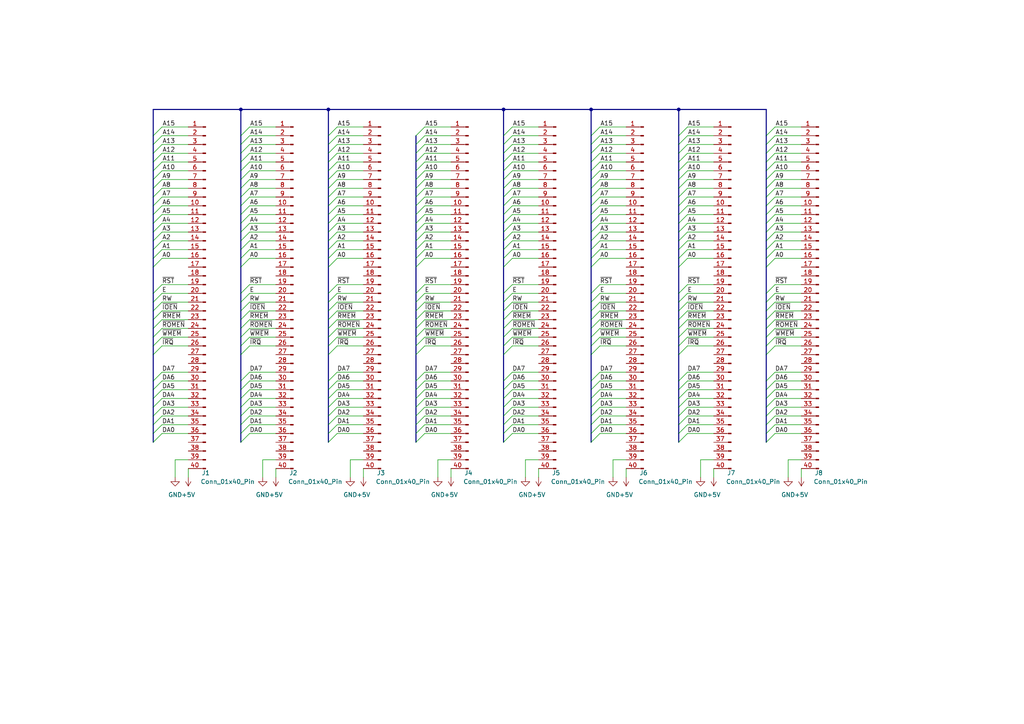
<source format=kicad_sch>
(kicad_sch (version 20230121) (generator eeschema)
  (paper "A4")
  (junction (at 95.25 31.75))
  (junction (at 146.05 31.75))
  (junction (at 196.85 31.75))
  (junction (at 69.85 31.75))
  (junction (at 171.45 31.75))
  (bus_entry (at 199.39 107.95) (size -2.54 2.54))
  (bus_entry (at 146.05 39.37) (size 2.54 -2.54))
  (bus_entry (at 224.79 123.19) (size -2.54 2.54))
  (bus_entry (at 171.45 69.85) (size 2.54 -2.54))
  (bus_entry (at 44.45 67.31) (size 2.54 -2.54))
  (bus_entry (at 148.59 90.17) (size -2.54 2.54))
  (bus_entry (at 120.65 64.77) (size 2.54 -2.54))
  (bus_entry (at 69.85 59.69) (size 2.54 -2.54))
  (bus_entry (at 222.25 52.07) (size 2.54 -2.54))
  (bus_entry (at 199.39 90.17) (size -2.54 2.54))
  (bus_entry (at 97.79 115.57) (size -2.54 2.54))
  (bus_entry (at 123.19 113.03) (size -2.54 2.54))
  (bus_entry (at 171.45 77.47) (size 2.54 -2.54))
  (bus_entry (at 224.79 125.73) (size -2.54 2.54))
  (bus_entry (at 120.65 44.45) (size 2.54 -2.54))
  (bus_entry (at 97.79 92.71) (size -2.54 2.54))
  (bus_entry (at 199.39 120.65) (size -2.54 2.54))
  (bus_entry (at 146.05 64.77) (size 2.54 -2.54))
  (bus_entry (at 148.59 82.55) (size -2.54 2.54))
  (bus_entry (at 146.05 49.53) (size 2.54 -2.54))
  (bus_entry (at 222.25 69.85) (size 2.54 -2.54))
  (bus_entry (at 173.99 90.17) (size -2.54 2.54))
  (bus_entry (at 196.85 57.15) (size 2.54 -2.54))
  (bus_entry (at 171.45 57.15) (size 2.54 -2.54))
  (bus_entry (at 69.85 72.39) (size 2.54 -2.54))
  (bus_entry (at 123.19 95.25) (size -2.54 2.54))
  (bus_entry (at 95.25 49.53) (size 2.54 -2.54))
  (bus_entry (at 173.99 85.09) (size -2.54 2.54))
  (bus_entry (at 173.99 123.19) (size -2.54 2.54))
  (bus_entry (at 120.65 72.39) (size 2.54 -2.54))
  (bus_entry (at 69.85 52.07) (size 2.54 -2.54))
  (bus_entry (at 146.05 72.39) (size 2.54 -2.54))
  (bus_entry (at 199.39 92.71) (size -2.54 2.54))
  (bus_entry (at 199.39 95.25) (size -2.54 2.54))
  (bus_entry (at 146.05 52.07) (size 2.54 -2.54))
  (bus_entry (at 44.45 39.37) (size 2.54 -2.54))
  (bus_entry (at 199.39 82.55) (size -2.54 2.54))
  (bus_entry (at 123.19 100.33) (size -2.54 2.54))
  (bus_entry (at 44.45 77.47) (size 2.54 -2.54))
  (bus_entry (at 72.39 125.73) (size -2.54 2.54))
  (bus_entry (at 171.45 72.39) (size 2.54 -2.54))
  (bus_entry (at 72.39 120.65) (size -2.54 2.54))
  (bus_entry (at 199.39 97.79) (size -2.54 2.54))
  (bus_entry (at 146.05 59.69) (size 2.54 -2.54))
  (bus_entry (at 120.65 41.91) (size 2.54 -2.54))
  (bus_entry (at 224.79 118.11) (size -2.54 2.54))
  (bus_entry (at 95.25 39.37) (size 2.54 -2.54))
  (bus_entry (at 148.59 125.73) (size -2.54 2.54))
  (bus_entry (at 46.99 87.63) (size -2.54 2.54))
  (bus_entry (at 171.45 54.61) (size 2.54 -2.54))
  (bus_entry (at 95.25 41.91) (size 2.54 -2.54))
  (bus_entry (at 72.39 90.17) (size -2.54 2.54))
  (bus_entry (at 148.59 113.03) (size -2.54 2.54))
  (bus_entry (at 72.39 113.03) (size -2.54 2.54))
  (bus_entry (at 120.65 69.85) (size 2.54 -2.54))
  (bus_entry (at 46.99 90.17) (size -2.54 2.54))
  (bus_entry (at 69.85 67.31) (size 2.54 -2.54))
  (bus_entry (at 69.85 44.45) (size 2.54 -2.54))
  (bus_entry (at 173.99 87.63) (size -2.54 2.54))
  (bus_entry (at 69.85 39.37) (size 2.54 -2.54))
  (bus_entry (at 196.85 77.47) (size 2.54 -2.54))
  (bus_entry (at 120.65 57.15) (size 2.54 -2.54))
  (bus_entry (at 72.39 95.25) (size -2.54 2.54))
  (bus_entry (at 222.25 67.31) (size 2.54 -2.54))
  (bus_entry (at 120.65 49.53) (size 2.54 -2.54))
  (bus_entry (at 146.05 44.45) (size 2.54 -2.54))
  (bus_entry (at 44.45 62.23) (size 2.54 -2.54))
  (bus_entry (at 173.99 95.25) (size -2.54 2.54))
  (bus_entry (at 222.25 57.15) (size 2.54 -2.54))
  (bus_entry (at 69.85 69.85) (size 2.54 -2.54))
  (bus_entry (at 222.25 54.61) (size 2.54 -2.54))
  (bus_entry (at 173.99 82.55) (size -2.54 2.54))
  (bus_entry (at 148.59 120.65) (size -2.54 2.54))
  (bus_entry (at 44.45 64.77) (size 2.54 -2.54))
  (bus_entry (at 224.79 90.17) (size -2.54 2.54))
  (bus_entry (at 199.39 125.73) (size -2.54 2.54))
  (bus_entry (at 97.79 85.09) (size -2.54 2.54))
  (bus_entry (at 72.39 107.95) (size -2.54 2.54))
  (bus_entry (at 199.39 100.33) (size -2.54 2.54))
  (bus_entry (at 97.79 120.65) (size -2.54 2.54))
  (bus_entry (at 222.25 62.23) (size 2.54 -2.54))
  (bus_entry (at 44.45 57.15) (size 2.54 -2.54))
  (bus_entry (at 146.05 77.47) (size 2.54 -2.54))
  (bus_entry (at 224.79 100.33) (size -2.54 2.54))
  (bus_entry (at 46.99 82.55) (size -2.54 2.54))
  (bus_entry (at 173.99 120.65) (size -2.54 2.54))
  (bus_entry (at 146.05 62.23) (size 2.54 -2.54))
  (bus_entry (at 97.79 82.55) (size -2.54 2.54))
  (bus_entry (at 196.85 49.53) (size 2.54 -2.54))
  (bus_entry (at 148.59 100.33) (size -2.54 2.54))
  (bus_entry (at 196.85 52.07) (size 2.54 -2.54))
  (bus_entry (at 173.99 92.71) (size -2.54 2.54))
  (bus_entry (at 95.25 62.23) (size 2.54 -2.54))
  (bus_entry (at 46.99 97.79) (size -2.54 2.54))
  (bus_entry (at 146.05 41.91) (size 2.54 -2.54))
  (bus_entry (at 69.85 54.61) (size 2.54 -2.54))
  (bus_entry (at 222.25 74.93) (size 2.54 -2.54))
  (bus_entry (at 171.45 39.37) (size 2.54 -2.54))
  (bus_entry (at 148.59 118.11) (size -2.54 2.54))
  (bus_entry (at 46.99 118.11) (size -2.54 2.54))
  (bus_entry (at 171.45 67.31) (size 2.54 -2.54))
  (bus_entry (at 72.39 118.11) (size -2.54 2.54))
  (bus_entry (at 171.45 62.23) (size 2.54 -2.54))
  (bus_entry (at 196.85 46.99) (size 2.54 -2.54))
  (bus_entry (at 171.45 52.07) (size 2.54 -2.54))
  (bus_entry (at 69.85 62.23) (size 2.54 -2.54))
  (bus_entry (at 148.59 95.25) (size -2.54 2.54))
  (bus_entry (at 224.79 110.49) (size -2.54 2.54))
  (bus_entry (at 123.19 82.55) (size -2.54 2.54))
  (bus_entry (at 44.45 52.07) (size 2.54 -2.54))
  (bus_entry (at 196.85 74.93) (size 2.54 -2.54))
  (bus_entry (at 72.39 85.09) (size -2.54 2.54))
  (bus_entry (at 97.79 95.25) (size -2.54 2.54))
  (bus_entry (at 199.39 123.19) (size -2.54 2.54))
  (bus_entry (at 69.85 74.93) (size 2.54 -2.54))
  (bus_entry (at 222.25 77.47) (size 2.54 -2.54))
  (bus_entry (at 46.99 92.71) (size -2.54 2.54))
  (bus_entry (at 95.25 77.47) (size 2.54 -2.54))
  (bus_entry (at 69.85 77.47) (size 2.54 -2.54))
  (bus_entry (at 171.45 59.69) (size 2.54 -2.54))
  (bus_entry (at 46.99 123.19) (size -2.54 2.54))
  (bus_entry (at 44.45 74.93) (size 2.54 -2.54))
  (bus_entry (at 148.59 123.19) (size -2.54 2.54))
  (bus_entry (at 46.99 120.65) (size -2.54 2.54))
  (bus_entry (at 120.65 54.61) (size 2.54 -2.54))
  (bus_entry (at 95.25 44.45) (size 2.54 -2.54))
  (bus_entry (at 224.79 120.65) (size -2.54 2.54))
  (bus_entry (at 72.39 115.57) (size -2.54 2.54))
  (bus_entry (at 148.59 97.79) (size -2.54 2.54))
  (bus_entry (at 72.39 110.49) (size -2.54 2.54))
  (bus_entry (at 148.59 85.09) (size -2.54 2.54))
  (bus_entry (at 120.65 67.31) (size 2.54 -2.54))
  (bus_entry (at 224.79 82.55) (size -2.54 2.54))
  (bus_entry (at 97.79 110.49) (size -2.54 2.54))
  (bus_entry (at 173.99 125.73) (size -2.54 2.54))
  (bus_entry (at 123.19 123.19) (size -2.54 2.54))
  (bus_entry (at 148.59 110.49) (size -2.54 2.54))
  (bus_entry (at 95.25 52.07) (size 2.54 -2.54))
  (bus_entry (at 69.85 57.15) (size 2.54 -2.54))
  (bus_entry (at 97.79 113.03) (size -2.54 2.54))
  (bus_entry (at 146.05 67.31) (size 2.54 -2.54))
  (bus_entry (at 97.79 87.63) (size -2.54 2.54))
  (bus_entry (at 196.85 39.37) (size 2.54 -2.54))
  (bus_entry (at 46.99 100.33) (size -2.54 2.54))
  (bus_entry (at 222.25 46.99) (size 2.54 -2.54))
  (bus_entry (at 123.19 97.79) (size -2.54 2.54))
  (bus_entry (at 196.85 62.23) (size 2.54 -2.54))
  (bus_entry (at 95.25 74.93) (size 2.54 -2.54))
  (bus_entry (at 44.45 49.53) (size 2.54 -2.54))
  (bus_entry (at 222.25 64.77) (size 2.54 -2.54))
  (bus_entry (at 222.25 41.91) (size 2.54 -2.54))
  (bus_entry (at 196.85 44.45) (size 2.54 -2.54))
  (bus_entry (at 123.19 87.63) (size -2.54 2.54))
  (bus_entry (at 95.25 57.15) (size 2.54 -2.54))
  (bus_entry (at 196.85 54.61) (size 2.54 -2.54))
  (bus_entry (at 148.59 115.57) (size -2.54 2.54))
  (bus_entry (at 46.99 107.95) (size -2.54 2.54))
  (bus_entry (at 95.25 72.39) (size 2.54 -2.54))
  (bus_entry (at 173.99 113.03) (size -2.54 2.54))
  (bus_entry (at 224.79 97.79) (size -2.54 2.54))
  (bus_entry (at 123.19 125.73) (size -2.54 2.54))
  (bus_entry (at 69.85 64.77) (size 2.54 -2.54))
  (bus_entry (at 120.65 74.93) (size 2.54 -2.54))
  (bus_entry (at 196.85 67.31) (size 2.54 -2.54))
  (bus_entry (at 120.65 39.37) (size 2.54 -2.54))
  (bus_entry (at 46.99 85.09) (size -2.54 2.54))
  (bus_entry (at 97.79 90.17) (size -2.54 2.54))
  (bus_entry (at 72.39 82.55) (size -2.54 2.54))
  (bus_entry (at 196.85 72.39) (size 2.54 -2.54))
  (bus_entry (at 173.99 118.11) (size -2.54 2.54))
  (bus_entry (at 72.39 92.71) (size -2.54 2.54))
  (bus_entry (at 146.05 54.61) (size 2.54 -2.54))
  (bus_entry (at 95.25 46.99) (size 2.54 -2.54))
  (bus_entry (at 146.05 69.85) (size 2.54 -2.54))
  (bus_entry (at 199.39 87.63) (size -2.54 2.54))
  (bus_entry (at 46.99 115.57) (size -2.54 2.54))
  (bus_entry (at 69.85 46.99) (size 2.54 -2.54))
  (bus_entry (at 72.39 100.33) (size -2.54 2.54))
  (bus_entry (at 97.79 97.79) (size -2.54 2.54))
  (bus_entry (at 173.99 100.33) (size -2.54 2.54))
  (bus_entry (at 224.79 107.95) (size -2.54 2.54))
  (bus_entry (at 222.25 39.37) (size 2.54 -2.54))
  (bus_entry (at 171.45 44.45) (size 2.54 -2.54))
  (bus_entry (at 224.79 113.03) (size -2.54 2.54))
  (bus_entry (at 224.79 87.63) (size -2.54 2.54))
  (bus_entry (at 146.05 57.15) (size 2.54 -2.54))
  (bus_entry (at 171.45 64.77) (size 2.54 -2.54))
  (bus_entry (at 120.65 62.23) (size 2.54 -2.54))
  (bus_entry (at 222.25 59.69) (size 2.54 -2.54))
  (bus_entry (at 95.25 59.69) (size 2.54 -2.54))
  (bus_entry (at 123.19 92.71) (size -2.54 2.54))
  (bus_entry (at 123.19 107.95) (size -2.54 2.54))
  (bus_entry (at 123.19 115.57) (size -2.54 2.54))
  (bus_entry (at 199.39 113.03) (size -2.54 2.54))
  (bus_entry (at 44.45 72.39) (size 2.54 -2.54))
  (bus_entry (at 72.39 87.63) (size -2.54 2.54))
  (bus_entry (at 222.25 72.39) (size 2.54 -2.54))
  (bus_entry (at 199.39 85.09) (size -2.54 2.54))
  (bus_entry (at 120.65 52.07) (size 2.54 -2.54))
  (bus_entry (at 199.39 118.11) (size -2.54 2.54))
  (bus_entry (at 173.99 107.95) (size -2.54 2.54))
  (bus_entry (at 222.25 49.53) (size 2.54 -2.54))
  (bus_entry (at 123.19 90.17) (size -2.54 2.54))
  (bus_entry (at 148.59 107.95) (size -2.54 2.54))
  (bus_entry (at 44.45 69.85) (size 2.54 -2.54))
  (bus_entry (at 72.39 97.79) (size -2.54 2.54))
  (bus_entry (at 224.79 92.71) (size -2.54 2.54))
  (bus_entry (at 97.79 107.95) (size -2.54 2.54))
  (bus_entry (at 120.65 46.99) (size 2.54 -2.54))
  (bus_entry (at 123.19 85.09) (size -2.54 2.54))
  (bus_entry (at 148.59 87.63) (size -2.54 2.54))
  (bus_entry (at 95.25 67.31) (size 2.54 -2.54))
  (bus_entry (at 46.99 95.25) (size -2.54 2.54))
  (bus_entry (at 123.19 120.65) (size -2.54 2.54))
  (bus_entry (at 95.25 64.77) (size 2.54 -2.54))
  (bus_entry (at 171.45 46.99) (size 2.54 -2.54))
  (bus_entry (at 196.85 69.85) (size 2.54 -2.54))
  (bus_entry (at 196.85 64.77) (size 2.54 -2.54))
  (bus_entry (at 44.45 59.69) (size 2.54 -2.54))
  (bus_entry (at 46.99 125.73) (size -2.54 2.54))
  (bus_entry (at 46.99 110.49) (size -2.54 2.54))
  (bus_entry (at 224.79 95.25) (size -2.54 2.54))
  (bus_entry (at 171.45 49.53) (size 2.54 -2.54))
  (bus_entry (at 95.25 69.85) (size 2.54 -2.54))
  (bus_entry (at 44.45 46.99) (size 2.54 -2.54))
  (bus_entry (at 95.25 54.61) (size 2.54 -2.54))
  (bus_entry (at 97.79 123.19) (size -2.54 2.54))
  (bus_entry (at 171.45 74.93) (size 2.54 -2.54))
  (bus_entry (at 222.25 44.45) (size 2.54 -2.54))
  (bus_entry (at 173.99 97.79) (size -2.54 2.54))
  (bus_entry (at 69.85 41.91) (size 2.54 -2.54))
  (bus_entry (at 148.59 92.71) (size -2.54 2.54))
  (bus_entry (at 72.39 123.19) (size -2.54 2.54))
  (bus_entry (at 97.79 125.73) (size -2.54 2.54))
  (bus_entry (at 146.05 46.99) (size 2.54 -2.54))
  (bus_entry (at 173.99 115.57) (size -2.54 2.54))
  (bus_entry (at 44.45 41.91) (size 2.54 -2.54))
  (bus_entry (at 224.79 115.57) (size -2.54 2.54))
  (bus_entry (at 120.65 77.47) (size 2.54 -2.54))
  (bus_entry (at 196.85 59.69) (size 2.54 -2.54))
  (bus_entry (at 97.79 118.11) (size -2.54 2.54))
  (bus_entry (at 44.45 54.61) (size 2.54 -2.54))
  (bus_entry (at 46.99 113.03) (size -2.54 2.54))
  (bus_entry (at 171.45 41.91) (size 2.54 -2.54))
  (bus_entry (at 224.79 85.09) (size -2.54 2.54))
  (bus_entry (at 69.85 49.53) (size 2.54 -2.54))
  (bus_entry (at 146.05 74.93) (size 2.54 -2.54))
  (bus_entry (at 199.39 115.57) (size -2.54 2.54))
  (bus_entry (at 196.85 41.91) (size 2.54 -2.54))
  (bus_entry (at 123.19 110.49) (size -2.54 2.54))
  (bus_entry (at 44.45 44.45) (size 2.54 -2.54))
  (bus_entry (at 173.99 110.49) (size -2.54 2.54))
  (bus_entry (at 123.19 118.11) (size -2.54 2.54))
  (bus_entry (at 97.79 100.33) (size -2.54 2.54))
  (bus_entry (at 199.39 110.49) (size -2.54 2.54))
  (bus_entry (at 120.65 59.69) (size 2.54 -2.54))
  (bus (pts (xy 120.65 77.47) (xy 120.65 85.09)))
  (wire (pts (xy 148.59 49.53) (xy 156.21 49.53)))
  (wire (pts (xy 199.39 52.07) (xy 207.01 52.07)))
  (wire (pts (xy 199.39 82.55) (xy 207.01 82.55)))
  (wire (pts (xy 46.99 59.69) (xy 54.61 59.69)))
  (bus (pts (xy 120.65 69.85) (xy 120.65 72.39)))
  (bus (pts (xy 69.85 120.65) (xy 69.85 118.11)))
  (wire (pts (xy 72.39 123.19) (xy 80.01 123.19)))
  (bus (pts (xy 120.65 54.61) (xy 120.65 57.15)))
  (bus (pts (xy 222.25 46.99) (xy 222.25 49.53)))
  (wire (pts (xy 224.79 113.03) (xy 232.41 113.03)))
  (bus (pts (xy 222.25 77.47) (xy 222.25 85.09)))
  (bus (pts (xy 222.25 39.37) (xy 222.25 41.91)))
  (bus (pts (xy 222.25 100.33) (xy 222.25 102.87)))
  (bus (pts (xy 69.85 77.47) (xy 69.85 85.09)))
  (wire (pts (xy 199.39 87.63) (xy 207.01 87.63)))
  (wire (pts (xy 46.99 69.85) (xy 54.61 69.85)))
  (bus (pts (xy 196.85 87.63) (xy 196.85 90.17)))
  (bus (pts (xy 95.25 113.03) (xy 95.25 110.49)))
  (wire (pts (xy 148.59 39.37) (xy 156.21 39.37)))
  (wire (pts (xy 72.39 54.61) (xy 80.01 54.61)))
  (wire (pts (xy 123.19 97.79) (xy 130.81 97.79)))
  (bus (pts (xy 44.45 77.47) (xy 44.45 85.09)))
  (wire (pts (xy 46.99 87.63) (xy 54.61 87.63)))
  (wire (pts (xy 46.99 74.93) (xy 54.61 74.93)))
  (bus (pts (xy 95.25 85.09) (xy 95.25 87.63)))
  (bus (pts (xy 44.45 39.37) (xy 44.45 41.91)))
  (bus (pts (xy 222.25 59.69) (xy 222.25 62.23)))
  (wire (pts (xy 148.59 87.63) (xy 156.21 87.63)))
  (wire (pts (xy 148.59 120.65) (xy 156.21 120.65)))
  (wire (pts (xy 97.79 62.23) (xy 105.41 62.23)))
  (wire (pts (xy 123.19 36.83) (xy 130.81 36.83)))
  (wire (pts (xy 72.39 74.93) (xy 80.01 74.93)))
  (bus (pts (xy 120.65 46.99) (xy 120.65 44.45)))
  (wire (pts (xy 199.39 120.65) (xy 207.01 120.65)))
  (wire (pts (xy 177.8 133.35) (xy 177.8 138.43)))
  (wire (pts (xy 203.2 133.35) (xy 207.01 133.35)))
  (wire (pts (xy 123.19 107.95) (xy 130.81 107.95)))
  (wire (pts (xy 152.4 133.35) (xy 156.21 133.35)))
  (wire (pts (xy 97.79 69.85) (xy 105.41 69.85)))
  (wire (pts (xy 46.99 125.73) (xy 54.61 125.73)))
  (wire (pts (xy 46.99 67.31) (xy 54.61 67.31)))
  (wire (pts (xy 173.99 92.71) (xy 181.61 92.71)))
  (bus (pts (xy 44.45 95.25) (xy 44.45 97.79)))
  (wire (pts (xy 72.39 92.71) (xy 80.01 92.71)))
  (bus (pts (xy 146.05 54.61) (xy 146.05 57.15)))
  (wire (pts (xy 181.61 135.89) (xy 181.61 138.43)))
  (bus (pts (xy 146.05 115.57) (xy 146.05 113.03)))
  (wire (pts (xy 199.39 69.85) (xy 207.01 69.85)))
  (wire (pts (xy 97.79 52.07) (xy 105.41 52.07)))
  (wire (pts (xy 224.79 41.91) (xy 232.41 41.91)))
  (wire (pts (xy 46.99 41.91) (xy 54.61 41.91)))
  (wire (pts (xy 148.59 110.49) (xy 156.21 110.49)))
  (wire (pts (xy 224.79 74.93) (xy 232.41 74.93)))
  (wire (pts (xy 123.19 92.71) (xy 130.81 92.71)))
  (wire (pts (xy 123.19 110.49) (xy 130.81 110.49)))
  (wire (pts (xy 148.59 125.73) (xy 156.21 125.73)))
  (bus (pts (xy 222.25 120.65) (xy 222.25 118.11)))
  (bus (pts (xy 146.05 85.09) (xy 146.05 87.63)))
  (bus (pts (xy 171.45 85.09) (xy 171.45 87.63)))
  (wire (pts (xy 72.39 44.45) (xy 80.01 44.45)))
  (bus (pts (xy 196.85 46.99) (xy 196.85 44.45)))
  (bus (pts (xy 146.05 77.47) (xy 146.05 85.09)))
  (bus (pts (xy 222.25 69.85) (xy 222.25 72.39)))
  (bus (pts (xy 171.45 62.23) (xy 171.45 64.77)))
  (bus (pts (xy 146.05 69.85) (xy 146.05 72.39)))
  (bus (pts (xy 146.05 31.75) (xy 146.05 39.37)))
  (bus (pts (xy 171.45 95.25) (xy 171.45 97.79)))
  (wire (pts (xy 97.79 92.71) (xy 105.41 92.71)))
  (bus (pts (xy 95.25 57.15) (xy 95.25 59.69)))
  (bus (pts (xy 196.85 74.93) (xy 196.85 77.47)))
  (wire (pts (xy 224.79 62.23) (xy 232.41 62.23)))
  (bus (pts (xy 120.65 59.69) (xy 120.65 62.23)))
  (wire (pts (xy 148.59 69.85) (xy 156.21 69.85)))
  (wire (pts (xy 148.59 44.45) (xy 156.21 44.45)))
  (bus (pts (xy 146.05 62.23) (xy 146.05 64.77)))
  (wire (pts (xy 148.59 118.11) (xy 156.21 118.11)))
  (bus (pts (xy 171.45 46.99) (xy 171.45 44.45)))
  (bus (pts (xy 146.05 123.19) (xy 146.05 120.65)))
  (wire (pts (xy 173.99 52.07) (xy 181.61 52.07)))
  (bus (pts (xy 171.45 31.75) (xy 171.45 39.37)))
  (wire (pts (xy 50.8 133.35) (xy 54.61 133.35)))
  (wire (pts (xy 72.39 36.83) (xy 80.01 36.83)))
  (bus (pts (xy 120.65 113.03) (xy 120.65 110.49)))
  (bus (pts (xy 222.25 57.15) (xy 222.25 59.69)))
  (wire (pts (xy 199.39 39.37) (xy 207.01 39.37)))
  (bus (pts (xy 120.65 74.93) (xy 120.65 77.47)))
  (bus (pts (xy 146.05 125.73) (xy 146.05 123.19)))
  (wire (pts (xy 173.99 69.85) (xy 181.61 69.85)))
  (wire (pts (xy 199.39 85.09) (xy 207.01 85.09)))
  (wire (pts (xy 46.99 100.33) (xy 54.61 100.33)))
  (bus (pts (xy 222.25 92.71) (xy 222.25 95.25)))
  (wire (pts (xy 224.79 120.65) (xy 232.41 120.65)))
  (wire (pts (xy 72.39 57.15) (xy 80.01 57.15)))
  (wire (pts (xy 148.59 113.03) (xy 156.21 113.03)))
  (wire (pts (xy 97.79 49.53) (xy 105.41 49.53)))
  (bus (pts (xy 44.45 87.63) (xy 44.45 90.17)))
  (wire (pts (xy 173.99 115.57) (xy 181.61 115.57)))
  (wire (pts (xy 224.79 67.31) (xy 232.41 67.31)))
  (wire (pts (xy 199.39 59.69) (xy 207.01 59.69)))
  (wire (pts (xy 199.39 67.31) (xy 207.01 67.31)))
  (bus (pts (xy 171.45 125.73) (xy 171.45 123.19)))
  (bus (pts (xy 196.85 113.03) (xy 196.85 110.49)))
  (bus (pts (xy 222.25 115.57) (xy 222.25 113.03)))
  (wire (pts (xy 46.99 115.57) (xy 54.61 115.57)))
  (wire (pts (xy 72.39 90.17) (xy 80.01 90.17)))
  (bus (pts (xy 44.45 62.23) (xy 44.45 64.77)))
  (wire (pts (xy 97.79 67.31) (xy 105.41 67.31)))
  (wire (pts (xy 97.79 39.37) (xy 105.41 39.37)))
  (bus (pts (xy 146.05 72.39) (xy 146.05 74.93)))
  (wire (pts (xy 72.39 85.09) (xy 80.01 85.09)))
  (wire (pts (xy 123.19 95.25) (xy 130.81 95.25)))
  (bus (pts (xy 120.65 41.91) (xy 120.65 44.45)))
  (bus (pts (xy 222.25 85.09) (xy 222.25 87.63)))
  (wire (pts (xy 46.99 92.71) (xy 54.61 92.71)))
  (wire (pts (xy 224.79 39.37) (xy 232.41 39.37)))
  (bus (pts (xy 146.05 46.99) (xy 146.05 49.53)))
  (wire (pts (xy 72.39 100.33) (xy 80.01 100.33)))
  (wire (pts (xy 72.39 72.39) (xy 80.01 72.39)))
  (bus (pts (xy 171.45 67.31) (xy 171.45 69.85)))
  (bus (pts (xy 222.25 54.61) (xy 222.25 57.15)))
  (wire (pts (xy 148.59 59.69) (xy 156.21 59.69)))
  (wire (pts (xy 46.99 118.11) (xy 54.61 118.11)))
  (bus (pts (xy 222.25 74.93) (xy 222.25 77.47)))
  (bus (pts (xy 95.25 102.87) (xy 95.25 110.49)))
  (wire (pts (xy 97.79 57.15) (xy 105.41 57.15)))
  (wire (pts (xy 148.59 72.39) (xy 156.21 72.39)))
  (wire (pts (xy 46.99 97.79) (xy 54.61 97.79)))
  (bus (pts (xy 44.45 115.57) (xy 44.45 113.03)))
  (wire (pts (xy 97.79 120.65) (xy 105.41 120.65)))
  (wire (pts (xy 207.01 135.89) (xy 207.01 138.43)))
  (bus (pts (xy 222.25 118.11) (xy 222.25 115.57)))
  (bus (pts (xy 120.65 128.27) (xy 120.65 125.73)))
  (bus (pts (xy 196.85 62.23) (xy 196.85 64.77)))
  (bus (pts (xy 44.45 74.93) (xy 44.45 77.47)))
  (bus (pts (xy 69.85 87.63) (xy 69.85 90.17)))
  (wire (pts (xy 148.59 36.83) (xy 156.21 36.83)))
  (wire (pts (xy 97.79 36.83) (xy 105.41 36.83)))
  (bus (pts (xy 120.65 52.07) (xy 120.65 54.61)))
  (wire (pts (xy 127 133.35) (xy 130.81 133.35)))
  (bus (pts (xy 171.45 115.57) (xy 171.45 113.03)))
  (bus (pts (xy 95.25 41.91) (xy 95.25 44.45)))
  (bus (pts (xy 171.45 123.19) (xy 171.45 120.65)))
  (wire (pts (xy 148.59 100.33) (xy 156.21 100.33)))
  (wire (pts (xy 199.39 113.03) (xy 207.01 113.03)))
  (bus (pts (xy 120.65 46.99) (xy 120.65 49.53)))
  (wire (pts (xy 148.59 64.77) (xy 156.21 64.77)))
  (wire (pts (xy 123.19 74.93) (xy 130.81 74.93)))
  (bus (pts (xy 171.45 41.91) (xy 171.45 44.45)))
  (wire (pts (xy 97.79 118.11) (xy 105.41 118.11)))
  (wire (pts (xy 76.2 133.35) (xy 76.2 138.43)))
  (bus (pts (xy 44.45 39.37) (xy 44.45 31.75)))
  (wire (pts (xy 173.99 82.55) (xy 181.61 82.55)))
  (bus (pts (xy 69.85 46.99) (xy 69.85 44.45)))
  (bus (pts (xy 196.85 85.09) (xy 196.85 87.63)))
  (wire (pts (xy 148.59 67.31) (xy 156.21 67.31)))
  (wire (pts (xy 148.59 107.95) (xy 156.21 107.95)))
  (bus (pts (xy 196.85 100.33) (xy 196.85 102.87)))
  (wire (pts (xy 123.19 90.17) (xy 130.81 90.17)))
  (bus (pts (xy 196.85 92.71) (xy 196.85 95.25)))
  (wire (pts (xy 173.99 39.37) (xy 181.61 39.37)))
  (bus (pts (xy 95.25 64.77) (xy 95.25 67.31)))
  (bus (pts (xy 69.85 90.17) (xy 69.85 92.71)))
  (wire (pts (xy 72.39 113.03) (xy 80.01 113.03)))
  (bus (pts (xy 120.65 125.73) (xy 120.65 123.19)))
  (wire (pts (xy 224.79 57.15) (xy 232.41 57.15)))
  (bus (pts (xy 120.65 123.19) (xy 120.65 120.65)))
  (bus (pts (xy 171.45 90.17) (xy 171.45 92.71)))
  (wire (pts (xy 123.19 125.73) (xy 130.81 125.73)))
  (wire (pts (xy 72.39 97.79) (xy 80.01 97.79)))
  (wire (pts (xy 224.79 115.57) (xy 232.41 115.57)))
  (wire (pts (xy 199.39 100.33) (xy 207.01 100.33)))
  (wire (pts (xy 199.39 54.61) (xy 207.01 54.61)))
  (wire (pts (xy 72.39 64.77) (xy 80.01 64.77)))
  (bus (pts (xy 146.05 39.37) (xy 146.05 41.91)))
  (bus (pts (xy 171.45 74.93) (xy 171.45 77.47)))
  (bus (pts (xy 146.05 59.69) (xy 146.05 62.23)))
  (wire (pts (xy 224.79 118.11) (xy 232.41 118.11)))
  (wire (pts (xy 46.99 113.03) (xy 54.61 113.03)))
  (wire (pts (xy 123.19 100.33) (xy 130.81 100.33)))
  (wire (pts (xy 199.39 36.83) (xy 207.01 36.83)))
  (bus (pts (xy 69.85 49.53) (xy 69.85 52.07)))
  (bus (pts (xy 44.45 85.09) (xy 44.45 87.63)))
  (wire (pts (xy 224.79 46.99) (xy 232.41 46.99)))
  (bus (pts (xy 120.65 85.09) (xy 120.65 87.63)))
  (wire (pts (xy 156.21 135.89) (xy 156.21 138.43)))
  (wire (pts (xy 224.79 125.73) (xy 232.41 125.73)))
  (bus (pts (xy 69.85 54.61) (xy 69.85 57.15)))
  (wire (pts (xy 148.59 52.07) (xy 156.21 52.07)))
  (bus (pts (xy 95.25 123.19) (xy 95.25 120.65)))
  (wire (pts (xy 148.59 97.79) (xy 156.21 97.79)))
  (bus (pts (xy 44.45 31.75) (xy 69.85 31.75)))
  (bus (pts (xy 222.25 125.73) (xy 222.25 123.19)))
  (bus (pts (xy 196.85 31.75) (xy 196.85 39.37)))
  (wire (pts (xy 97.79 82.55) (xy 105.41 82.55)))
  (wire (pts (xy 46.99 39.37) (xy 54.61 39.37)))
  (wire (pts (xy 123.19 59.69) (xy 130.81 59.69)))
  (bus (pts (xy 95.25 54.61) (xy 95.25 57.15)))
  (bus (pts (xy 171.45 77.47) (xy 171.45 85.09)))
  (bus (pts (xy 146.05 97.79) (xy 146.05 100.33)))
  (wire (pts (xy 97.79 44.45) (xy 105.41 44.45)))
  (bus (pts (xy 171.45 31.75) (xy 196.85 31.75)))
  (wire (pts (xy 46.99 46.99) (xy 54.61 46.99)))
  (bus (pts (xy 222.25 97.79) (xy 222.25 100.33)))
  (wire (pts (xy 46.99 62.23) (xy 54.61 62.23)))
  (wire (pts (xy 224.79 90.17) (xy 232.41 90.17)))
  (bus (pts (xy 196.85 118.11) (xy 196.85 115.57)))
  (bus (pts (xy 120.65 118.11) (xy 120.65 115.57)))
  (bus (pts (xy 95.25 39.37) (xy 95.25 41.91)))
  (wire (pts (xy 199.39 95.25) (xy 207.01 95.25)))
  (bus (pts (xy 146.05 31.75) (xy 171.45 31.75)))
  (wire (pts (xy 173.99 57.15) (xy 181.61 57.15)))
  (wire (pts (xy 72.39 67.31) (xy 80.01 67.31)))
  (bus (pts (xy 171.45 57.15) (xy 171.45 59.69)))
  (wire (pts (xy 72.39 59.69) (xy 80.01 59.69)))
  (bus (pts (xy 120.65 67.31) (xy 120.65 69.85)))
  (bus (pts (xy 69.85 39.37) (xy 69.85 41.91)))
  (wire (pts (xy 148.59 95.25) (xy 156.21 95.25)))
  (bus (pts (xy 44.45 69.85) (xy 44.45 72.39)))
  (bus (pts (xy 44.45 125.73) (xy 44.45 123.19)))
  (bus (pts (xy 171.45 39.37) (xy 171.45 41.91)))
  (wire (pts (xy 173.99 67.31) (xy 181.61 67.31)))
  (bus (pts (xy 44.45 59.69) (xy 44.45 62.23)))
  (bus (pts (xy 171.45 118.11) (xy 171.45 115.57)))
  (wire (pts (xy 123.19 62.23) (xy 130.81 62.23)))
  (bus (pts (xy 196.85 52.07) (xy 196.85 54.61)))
  (bus (pts (xy 95.25 59.69) (xy 95.25 62.23)))
  (bus (pts (xy 44.45 67.31) (xy 44.45 69.85)))
  (bus (pts (xy 95.25 62.23) (xy 95.25 64.77)))
  (wire (pts (xy 173.99 49.53) (xy 181.61 49.53)))
  (bus (pts (xy 196.85 49.53) (xy 196.85 52.07)))
  (bus (pts (xy 222.25 46.99) (xy 222.25 44.45)))
  (wire (pts (xy 72.39 46.99) (xy 80.01 46.99)))
  (bus (pts (xy 171.45 102.87) (xy 171.45 110.49)))
  (bus (pts (xy 146.05 100.33) (xy 146.05 102.87)))
  (wire (pts (xy 203.2 133.35) (xy 203.2 138.43)))
  (bus (pts (xy 196.85 57.15) (xy 196.85 59.69)))
  (bus (pts (xy 171.45 92.71) (xy 171.45 95.25)))
  (bus (pts (xy 196.85 123.19) (xy 196.85 120.65)))
  (wire (pts (xy 123.19 87.63) (xy 130.81 87.63)))
  (bus (pts (xy 222.25 49.53) (xy 222.25 52.07)))
  (bus (pts (xy 69.85 115.57) (xy 69.85 113.03)))
  (bus (pts (xy 196.85 54.61) (xy 196.85 57.15)))
  (bus (pts (xy 171.45 46.99) (xy 171.45 49.53)))
  (bus (pts (xy 120.65 97.79) (xy 120.65 100.33)))
  (bus (pts (xy 146.05 120.65) (xy 146.05 118.11)))
  (bus (pts (xy 171.45 64.77) (xy 171.45 67.31)))
  (wire (pts (xy 46.99 49.53) (xy 54.61 49.53)))
  (bus (pts (xy 44.45 113.03) (xy 44.45 110.49)))
  (wire (pts (xy 173.99 107.95) (xy 181.61 107.95)))
  (wire (pts (xy 76.2 133.35) (xy 80.01 133.35)))
  (bus (pts (xy 95.25 125.73) (xy 95.25 123.19)))
  (bus (pts (xy 69.85 59.69) (xy 69.85 62.23)))
  (wire (pts (xy 148.59 123.19) (xy 156.21 123.19)))
  (wire (pts (xy 101.6 133.35) (xy 101.6 138.43)))
  (wire (pts (xy 54.61 135.89) (xy 54.61 138.43)))
  (wire (pts (xy 148.59 46.99) (xy 156.21 46.99)))
  (wire (pts (xy 177.8 133.35) (xy 181.61 133.35)))
  (bus (pts (xy 95.25 97.79) (xy 95.25 100.33)))
  (wire (pts (xy 72.39 62.23) (xy 80.01 62.23)))
  (bus (pts (xy 146.05 92.71) (xy 146.05 95.25)))
  (wire (pts (xy 97.79 97.79) (xy 105.41 97.79)))
  (wire (pts (xy 97.79 125.73) (xy 105.41 125.73)))
  (bus (pts (xy 95.25 74.93) (xy 95.25 77.47)))
  (wire (pts (xy 123.19 123.19) (xy 130.81 123.19)))
  (bus (pts (xy 44.45 120.65) (xy 44.45 118.11)))
  (wire (pts (xy 173.99 87.63) (xy 181.61 87.63)))
  (bus (pts (xy 69.85 46.99) (xy 69.85 49.53)))
  (wire (pts (xy 224.79 54.61) (xy 232.41 54.61)))
  (bus (pts (xy 146.05 102.87) (xy 146.05 110.49)))
  (bus (pts (xy 69.85 41.91) (xy 69.85 44.45)))
  (wire (pts (xy 199.39 97.79) (xy 207.01 97.79)))
  (bus (pts (xy 196.85 115.57) (xy 196.85 113.03)))
  (wire (pts (xy 97.79 41.91) (xy 105.41 41.91)))
  (wire (pts (xy 173.99 123.19) (xy 181.61 123.19)))
  (bus (pts (xy 196.85 69.85) (xy 196.85 72.39)))
  (bus (pts (xy 120.65 92.71) (xy 120.65 95.25)))
  (wire (pts (xy 224.79 123.19) (xy 232.41 123.19)))
  (wire (pts (xy 123.19 46.99) (xy 130.81 46.99)))
  (wire (pts (xy 123.19 54.61) (xy 130.81 54.61)))
  (wire (pts (xy 123.19 41.91) (xy 130.81 41.91)))
  (bus (pts (xy 146.05 52.07) (xy 146.05 54.61)))
  (wire (pts (xy 152.4 133.35) (xy 152.4 138.43)))
  (bus (pts (xy 120.65 39.37) (xy 120.65 41.91)))
  (wire (pts (xy 97.79 110.49) (xy 105.41 110.49)))
  (bus (pts (xy 95.25 90.17) (xy 95.25 92.71)))
  (wire (pts (xy 173.99 113.03) (xy 181.61 113.03)))
  (bus (pts (xy 69.85 92.71) (xy 69.85 95.25)))
  (bus (pts (xy 222.25 52.07) (xy 222.25 54.61)))
  (bus (pts (xy 120.65 102.87) (xy 120.65 110.49)))
  (bus (pts (xy 120.65 95.25) (xy 120.65 97.79)))
  (wire (pts (xy 232.41 135.89) (xy 232.41 138.43)))
  (bus (pts (xy 44.45 52.07) (xy 44.45 54.61)))
  (bus (pts (xy 44.45 100.33) (xy 44.45 102.87)))
  (bus (pts (xy 69.85 118.11) (xy 69.85 115.57)))
  (wire (pts (xy 97.79 123.19) (xy 105.41 123.19)))
  (wire (pts (xy 46.99 44.45) (xy 54.61 44.45)))
  (bus (pts (xy 44.45 41.91) (xy 44.45 44.45)))
  (bus (pts (xy 44.45 72.39) (xy 44.45 74.93)))
  (bus (pts (xy 146.05 49.53) (xy 146.05 52.07)))
  (wire (pts (xy 123.19 57.15) (xy 130.81 57.15)))
  (wire (pts (xy 123.19 67.31) (xy 130.81 67.31)))
  (bus (pts (xy 146.05 64.77) (xy 146.05 67.31)))
  (bus (pts (xy 120.65 49.53) (xy 120.65 52.07)))
  (wire (pts (xy 46.99 54.61) (xy 54.61 54.61)))
  (wire (pts (xy 199.39 41.91) (xy 207.01 41.91)))
  (bus (pts (xy 44.45 118.11) (xy 44.45 115.57)))
  (wire (pts (xy 97.79 115.57) (xy 105.41 115.57)))
  (bus (pts (xy 171.45 69.85) (xy 171.45 72.39)))
  (bus (pts (xy 69.85 64.77) (xy 69.85 67.31)))
  (wire (pts (xy 46.99 52.07) (xy 54.61 52.07)))
  (wire (pts (xy 148.59 115.57) (xy 156.21 115.57)))
  (bus (pts (xy 222.25 62.23) (xy 222.25 64.77)))
  (bus (pts (xy 69.85 67.31) (xy 69.85 69.85)))
  (wire (pts (xy 72.39 49.53) (xy 80.01 49.53)))
  (wire (pts (xy 97.79 72.39) (xy 105.41 72.39)))
  (wire (pts (xy 97.79 100.33) (xy 105.41 100.33)))
  (bus (pts (xy 95.25 87.63) (xy 95.25 90.17)))
  (bus (pts (xy 146.05 113.03) (xy 146.05 110.49)))
  (wire (pts (xy 224.79 64.77) (xy 232.41 64.77)))
  (wire (pts (xy 46.99 57.15) (xy 54.61 57.15)))
  (wire (pts (xy 72.39 107.95) (xy 80.01 107.95)))
  (wire (pts (xy 46.99 85.09) (xy 54.61 85.09)))
  (wire (pts (xy 173.99 72.39) (xy 181.61 72.39)))
  (bus (pts (xy 120.65 90.17) (xy 120.65 92.71)))
  (wire (pts (xy 173.99 85.09) (xy 181.61 85.09)))
  (wire (pts (xy 97.79 54.61) (xy 105.41 54.61)))
  (bus (pts (xy 44.45 90.17) (xy 44.45 92.71)))
  (bus (pts (xy 222.25 95.25) (xy 222.25 97.79)))
  (bus (pts (xy 95.25 118.11) (xy 95.25 115.57)))
  (wire (pts (xy 173.99 44.45) (xy 181.61 44.45)))
  (bus (pts (xy 196.85 31.75) (xy 222.25 31.75)))
  (wire (pts (xy 72.39 125.73) (xy 80.01 125.73)))
  (wire (pts (xy 173.99 54.61) (xy 181.61 54.61)))
  (wire (pts (xy 224.79 52.07) (xy 232.41 52.07)))
  (wire (pts (xy 123.19 39.37) (xy 130.81 39.37)))
  (bus (pts (xy 44.45 64.77) (xy 44.45 67.31)))
  (bus (pts (xy 69.85 97.79) (xy 69.85 100.33)))
  (wire (pts (xy 97.79 90.17) (xy 105.41 90.17)))
  (bus (pts (xy 146.05 57.15) (xy 146.05 59.69)))
  (wire (pts (xy 46.99 110.49) (xy 54.61 110.49)))
  (wire (pts (xy 148.59 90.17) (xy 156.21 90.17)))
  (bus (pts (xy 146.05 87.63) (xy 146.05 90.17)))
  (wire (pts (xy 224.79 36.83) (xy 232.41 36.83)))
  (wire (pts (xy 148.59 74.93) (xy 156.21 74.93)))
  (wire (pts (xy 224.79 110.49) (xy 232.41 110.49)))
  (wire (pts (xy 224.79 82.55) (xy 232.41 82.55)))
  (bus (pts (xy 120.65 64.77) (xy 120.65 67.31)))
  (bus (pts (xy 44.45 46.99) (xy 44.45 44.45)))
  (wire (pts (xy 46.99 90.17) (xy 54.61 90.17)))
  (wire (pts (xy 72.39 41.91) (xy 80.01 41.91)))
  (wire (pts (xy 199.39 62.23) (xy 207.01 62.23)))
  (wire (pts (xy 199.39 49.53) (xy 207.01 49.53)))
  (bus (pts (xy 120.65 72.39) (xy 120.65 74.93)))
  (wire (pts (xy 173.99 110.49) (xy 181.61 110.49)))
  (bus (pts (xy 222.25 113.03) (xy 222.25 110.49)))
  (bus (pts (xy 69.85 125.73) (xy 69.85 123.19)))
  (wire (pts (xy 123.19 69.85) (xy 130.81 69.85)))
  (wire (pts (xy 46.99 72.39) (xy 54.61 72.39)))
  (wire (pts (xy 199.39 115.57) (xy 207.01 115.57)))
  (bus (pts (xy 44.45 49.53) (xy 44.45 52.07)))
  (wire (pts (xy 72.39 118.11) (xy 80.01 118.11)))
  (wire (pts (xy 97.79 74.93) (xy 105.41 74.93)))
  (wire (pts (xy 72.39 69.85) (xy 80.01 69.85)))
  (wire (pts (xy 224.79 49.53) (xy 232.41 49.53)))
  (bus (pts (xy 196.85 90.17) (xy 196.85 92.71)))
  (wire (pts (xy 199.39 74.93) (xy 207.01 74.93)))
  (bus (pts (xy 222.25 67.31) (xy 222.25 69.85)))
  (wire (pts (xy 72.39 110.49) (xy 80.01 110.49)))
  (bus (pts (xy 69.85 100.33) (xy 69.85 102.87)))
  (wire (pts (xy 224.79 44.45) (xy 232.41 44.45)))
  (bus (pts (xy 171.45 87.63) (xy 171.45 90.17)))
  (wire (pts (xy 97.79 59.69) (xy 105.41 59.69)))
  (bus (pts (xy 69.85 128.27) (xy 69.85 125.73)))
  (bus (pts (xy 44.45 97.79) (xy 44.45 100.33)))
  (wire (pts (xy 123.19 52.07) (xy 130.81 52.07)))
  (wire (pts (xy 46.99 82.55) (xy 54.61 82.55)))
  (wire (pts (xy 173.99 62.23) (xy 181.61 62.23)))
  (wire (pts (xy 127 133.35) (xy 127 138.43)))
  (bus (pts (xy 146.05 41.91) (xy 146.05 44.45)))
  (wire (pts (xy 199.39 57.15) (xy 207.01 57.15)))
  (wire (pts (xy 199.39 46.99) (xy 207.01 46.99)))
  (bus (pts (xy 95.25 69.85) (xy 95.25 72.39)))
  (wire (pts (xy 72.39 52.07) (xy 80.01 52.07)))
  (bus (pts (xy 95.25 31.75) (xy 95.25 39.37)))
  (wire (pts (xy 173.99 36.83) (xy 181.61 36.83)))
  (wire (pts (xy 123.19 44.45) (xy 130.81 44.45)))
  (wire (pts (xy 123.19 85.09) (xy 130.81 85.09)))
  (bus (pts (xy 95.25 100.33) (xy 95.25 102.87)))
  (wire (pts (xy 173.99 41.91) (xy 181.61 41.91)))
  (wire (pts (xy 123.19 72.39) (xy 130.81 72.39)))
  (bus (pts (xy 44.45 102.87) (xy 44.45 110.49)))
  (wire (pts (xy 148.59 54.61) (xy 156.21 54.61)))
  (wire (pts (xy 148.59 85.09) (xy 156.21 85.09)))
  (bus (pts (xy 44.45 57.15) (xy 44.45 59.69)))
  (bus (pts (xy 120.65 120.65) (xy 120.65 118.11)))
  (bus (pts (xy 95.25 92.71) (xy 95.25 95.25)))
  (bus (pts (xy 95.25 31.75) (xy 146.05 31.75)))
  (bus (pts (xy 222.25 31.75) (xy 222.25 39.37)))
  (bus (pts (xy 69.85 52.07) (xy 69.85 54.61)))
  (bus (pts (xy 196.85 72.39) (xy 196.85 74.93)))
  (wire (pts (xy 173.99 59.69) (xy 181.61 59.69)))
  (bus (pts (xy 196.85 67.31) (xy 196.85 69.85)))
  (bus (pts (xy 171.45 128.27) (xy 171.45 125.73)))
  (bus (pts (xy 196.85 59.69) (xy 196.85 62.23)))
  (wire (pts (xy 173.99 97.79) (xy 181.61 97.79)))
  (bus (pts (xy 44.45 123.19) (xy 44.45 120.65)))
  (bus (pts (xy 69.85 31.75) (xy 69.85 39.37)))
  (bus (pts (xy 120.65 87.63) (xy 120.65 90.17)))
  (wire (pts (xy 72.39 95.25) (xy 80.01 95.25)))
  (wire (pts (xy 123.19 113.03) (xy 130.81 113.03)))
  (bus (pts (xy 222.25 128.27) (xy 222.25 125.73)))
  (wire (pts (xy 173.99 64.77) (xy 181.61 64.77)))
  (wire (pts (xy 224.79 69.85) (xy 232.41 69.85)))
  (bus (pts (xy 222.25 41.91) (xy 222.25 44.45)))
  (bus (pts (xy 95.25 77.47) (xy 95.25 85.09)))
  (wire (pts (xy 123.19 118.11) (xy 130.81 118.11)))
  (wire (pts (xy 148.59 41.91) (xy 156.21 41.91)))
  (bus (pts (xy 120.65 57.15) (xy 120.65 59.69)))
  (bus (pts (xy 196.85 46.99) (xy 196.85 49.53)))
  (wire (pts (xy 97.79 87.63) (xy 105.41 87.63)))
  (wire (pts (xy 173.99 46.99) (xy 181.61 46.99)))
  (wire (pts (xy 199.39 64.77) (xy 207.01 64.77)))
  (bus (pts (xy 222.25 64.77) (xy 222.25 67.31)))
  (bus (pts (xy 196.85 102.87) (xy 196.85 110.49)))
  (bus (pts (xy 146.05 118.11) (xy 146.05 115.57)))
  (bus (pts (xy 120.65 62.23) (xy 120.65 64.77)))
  (wire (pts (xy 46.99 107.95) (xy 54.61 107.95)))
  (wire (pts (xy 46.99 123.19) (xy 54.61 123.19)))
  (bus (pts (xy 69.85 102.87) (xy 69.85 110.49)))
  (wire (pts (xy 224.79 107.95) (xy 232.41 107.95)))
  (wire (pts (xy 224.79 97.79) (xy 232.41 97.79)))
  (bus (pts (xy 146.05 90.17) (xy 146.05 92.71)))
  (wire (pts (xy 199.39 90.17) (xy 207.01 90.17)))
  (wire (pts (xy 173.99 118.11) (xy 181.61 118.11)))
  (bus (pts (xy 95.25 115.57) (xy 95.25 113.03)))
  (bus (pts (xy 95.25 67.31) (xy 95.25 69.85)))
  (wire (pts (xy 228.6 133.35) (xy 232.41 133.35)))
  (wire (pts (xy 72.39 39.37) (xy 80.01 39.37)))
  (bus (pts (xy 69.85 113.03) (xy 69.85 110.49)))
  (bus (pts (xy 95.25 95.25) (xy 95.25 97.79)))
  (wire (pts (xy 224.79 85.09) (xy 232.41 85.09)))
  (bus (pts (xy 171.45 120.65) (xy 171.45 118.11)))
  (wire (pts (xy 72.39 87.63) (xy 80.01 87.63)))
  (bus (pts (xy 69.85 31.75) (xy 95.25 31.75)))
  (bus (pts (xy 171.45 100.33) (xy 171.45 102.87)))
  (wire (pts (xy 148.59 57.15) (xy 156.21 57.15)))
  (wire (pts (xy 46.99 64.77) (xy 54.61 64.77)))
  (wire (pts (xy 148.59 82.55) (xy 156.21 82.55)))
  (wire (pts (xy 97.79 95.25) (xy 105.41 95.25)))
  (bus (pts (xy 44.45 54.61) (xy 44.45 57.15)))
  (bus (pts (xy 146.05 74.93) (xy 146.05 77.47)))
  (bus (pts (xy 95.25 46.99) (xy 95.25 49.53)))
  (bus (pts (xy 95.25 46.99) (xy 95.25 44.45)))
  (bus (pts (xy 171.45 54.61) (xy 171.45 57.15)))
  (bus (pts (xy 196.85 125.73) (xy 196.85 123.19)))
  (bus (pts (xy 222.25 102.87) (xy 222.25 110.49)))
  (bus (pts (xy 69.85 62.23) (xy 69.85 64.77)))
  (wire (pts (xy 46.99 120.65) (xy 54.61 120.65)))
  (wire (pts (xy 97.79 113.03) (xy 105.41 113.03)))
  (bus (pts (xy 196.85 95.25) (xy 196.85 97.79)))
  (wire (pts (xy 173.99 90.17) (xy 181.61 90.17)))
  (bus (pts (xy 171.45 49.53) (xy 171.45 52.07)))
  (wire (pts (xy 123.19 82.55) (xy 130.81 82.55)))
  (bus (pts (xy 146.05 95.25) (xy 146.05 97.79)))
  (bus (pts (xy 69.85 85.09) (xy 69.85 87.63)))
  (bus (pts (xy 69.85 69.85) (xy 69.85 72.39)))
  (wire (pts (xy 228.6 133.35) (xy 228.6 138.43)))
  (wire (pts (xy 199.39 72.39) (xy 207.01 72.39)))
  (bus (pts (xy 69.85 123.19) (xy 69.85 120.65)))
  (wire (pts (xy 199.39 92.71) (xy 207.01 92.71)))
  (bus (pts (xy 69.85 95.25) (xy 69.85 97.79)))
  (bus (pts (xy 196.85 120.65) (xy 196.85 118.11)))
  (bus (pts (xy 171.45 97.79) (xy 171.45 100.33)))
  (bus (pts (xy 171.45 113.03) (xy 171.45 110.49)))
  (bus (pts (xy 95.25 72.39) (xy 95.25 74.93)))
  (bus (pts (xy 222.25 123.19) (xy 222.25 120.65)))
  (wire (pts (xy 72.39 82.55) (xy 80.01 82.55)))
  (wire (pts (xy 224.79 87.63) (xy 232.41 87.63)))
  (wire (pts (xy 224.79 92.71) (xy 232.41 92.71)))
  (wire (pts (xy 199.39 107.95) (xy 207.01 107.95)))
  (wire (pts (xy 148.59 92.71) (xy 156.21 92.71)))
  (wire (pts (xy 46.99 36.83) (xy 54.61 36.83)))
  (bus (pts (xy 222.25 87.63) (xy 222.25 90.17)))
  (bus (pts (xy 146.05 128.27) (xy 146.05 125.73)))
  (bus (pts (xy 196.85 128.27) (xy 196.85 125.73)))
  (bus (pts (xy 95.25 128.27) (xy 95.25 125.73)))
  (wire (pts (xy 224.79 72.39) (xy 232.41 72.39)))
  (wire (pts (xy 199.39 118.11) (xy 207.01 118.11)))
  (wire (pts (xy 148.59 62.23) (xy 156.21 62.23)))
  (bus (pts (xy 196.85 77.47) (xy 196.85 85.09)))
  (wire (pts (xy 130.81 135.89) (xy 130.81 138.43)))
  (wire (pts (xy 173.99 100.33) (xy 181.61 100.33)))
  (bus (pts (xy 196.85 39.37) (xy 196.85 41.91)))
  (wire (pts (xy 199.39 125.73) (xy 207.01 125.73)))
  (wire (pts (xy 173.99 125.73) (xy 181.61 125.73)))
  (wire (pts (xy 199.39 44.45) (xy 207.01 44.45)))
  (wire (pts (xy 97.79 107.95) (xy 105.41 107.95)))
  (bus (pts (xy 171.45 59.69) (xy 171.45 62.23)))
  (wire (pts (xy 224.79 100.33) (xy 232.41 100.33)))
  (wire (pts (xy 224.79 95.25) (xy 232.41 95.25)))
  (bus (pts (xy 146.05 67.31) (xy 146.05 69.85)))
  (bus (pts (xy 222.25 90.17) (xy 222.25 92.71)))
  (wire (pts (xy 101.6 133.35) (xy 105.41 133.35)))
  (bus (pts (xy 44.45 92.71) (xy 44.45 95.25)))
  (wire (pts (xy 97.79 46.99) (xy 105.41 46.99)))
  (wire (pts (xy 97.79 85.09) (xy 105.41 85.09)))
  (bus (pts (xy 196.85 97.79) (xy 196.85 100.33)))
  (bus (pts (xy 120.65 100.33) (xy 120.65 102.87)))
  (wire (pts (xy 199.39 123.19) (xy 207.01 123.19)))
  (bus (pts (xy 120.65 115.57) (xy 120.65 113.03)))
  (bus (pts (xy 69.85 74.93) (xy 69.85 77.47)))
  (wire (pts (xy 80.01 135.89) (xy 80.01 138.43)))
  (wire (pts (xy 72.39 120.65) (xy 80.01 120.65)))
  (bus (pts (xy 171.45 72.39) (xy 171.45 74.93)))
  (wire (pts (xy 123.19 115.57) (xy 130.81 115.57)))
  (bus (pts (xy 69.85 72.39) (xy 69.85 74.93)))
  (wire (pts (xy 224.79 59.69) (xy 232.41 59.69)))
  (wire (pts (xy 105.41 135.89) (xy 105.41 138.43)))
  (bus (pts (xy 95.25 52.07) (xy 95.25 54.61)))
  (bus (pts (xy 171.45 52.07) (xy 171.45 54.61)))
  (bus (pts (xy 196.85 64.77) (xy 196.85 67.31)))
  (bus (pts (xy 222.25 72.39) (xy 222.25 74.93)))
  (bus (pts (xy 196.85 41.91) (xy 196.85 44.45)))
  (bus (pts (xy 69.85 57.15) (xy 69.85 59.69)))
  (bus (pts (xy 146.05 46.99) (xy 146.05 44.45)))
  (bus (pts (xy 95.25 120.65) (xy 95.25 118.11)))
  (wire (pts (xy 97.79 64.77) (xy 105.41 64.77)))
  (wire (pts (xy 173.99 74.93) (xy 181.61 74.93)))
  (wire (pts (xy 72.39 115.57) (xy 80.01 115.57)))
  (wire (pts (xy 173.99 95.25) (xy 181.61 95.25)))
  (wire (pts (xy 46.99 95.25) (xy 54.61 95.25)))
  (bus (pts (xy 95.25 49.53) (xy 95.25 52.07)))
  (bus (pts (xy 44.45 46.99) (xy 44.45 49.53)))
  (wire (pts (xy 199.39 110.49) (xy 207.01 110.49)))
  (wire (pts (xy 123.19 120.65) (xy 130.81 120.65)))
  (wire (pts (xy 173.99 120.65) (xy 181.61 120.65)))
  (wire (pts (xy 123.19 64.77) (xy 130.81 64.77)))
  (bus (pts (xy 44.45 128.27) (xy 44.45 125.73)))
  (wire (pts (xy 123.19 49.53) (xy 130.81 49.53)))
  (wire (pts (xy 50.8 133.35) (xy 50.8 138.43)))
  (label "A14" (at 152.4 39.37 180))
  (label "~{IRQ}" (at 224.79 100.33 0))
  (label "A11" (at 127 46.99 180))
  (label "DA2" (at 148.59 120.65 0))
  (label "A10" (at 127 49.53 180))
  (label "A5" (at 201.93 62.23 180))
  (label "A4" (at 74.93 64.77 180))
  (label "DA6" (at 123.19 110.49 0))
  (label "E" (at 72.39 85.09 0))
  (label "A8" (at 100.33 54.61 180))
  (label "DA4" (at 224.79 115.57 0))
  (label "A3" (at 125.73 67.31 180))
  (label "DA0" (at 148.59 125.73 0))
  (label "A3" (at 49.53 67.31 180))
  (label "A1" (at 151.13 72.39 180))
  (label "A14" (at 76.2 39.37 180))
  (label "A7" (at 49.53 57.15 180))
  (label "DA6" (at 224.79 110.49 0))
  (label "RW" (at 199.39 87.63 0))
  (label "A0" (at 100.33 74.93 180))
  (label "A1" (at 125.73 72.39 180))
  (label "A9" (at 74.93 52.07 180))
  (label "DA4" (at 123.19 115.57 0))
  (label "DA7" (at 224.79 107.95 0))
  (label "~{ROMEN}" (at 199.39 95.25 0))
  (label "A13" (at 203.2 41.91 180))
  (label "DA1" (at 224.79 123.19 0))
  (label "DA3" (at 97.79 118.11 0))
  (label "DA7" (at 46.99 107.95 0))
  (label "DA5" (at 224.79 113.03 0))
  (label "DA0" (at 46.99 125.73 0))
  (label "RW" (at 97.79 87.63 0))
  (label "A8" (at 74.93 54.61 180))
  (label "A13" (at 50.8 41.91 180))
  (label "E" (at 46.99 85.09 0))
  (label "~{RMEM}" (at 97.79 92.71 0))
  (label "A1" (at 100.33 72.39 180))
  (label "A9" (at 201.93 52.07 180))
  (label "A15" (at 228.6 36.83 180))
  (label "A7" (at 125.73 57.15 180))
  (label "A6" (at 125.73 59.69 180))
  (label "A14" (at 177.8 39.37 180))
  (label "A9" (at 151.13 52.07 180))
  (label "DA1" (at 148.59 123.19 0))
  (label "A3" (at 100.33 67.31 180))
  (label "A7" (at 176.53 57.15 180))
  (label "~{RMEM}" (at 148.59 92.71 0))
  (label "DA4" (at 173.99 115.57 0))
  (label "E" (at 173.99 85.09 0))
  (label "A10" (at 177.8 49.53 180))
  (label "A4" (at 125.73 64.77 180))
  (label "RW" (at 224.79 87.63 0))
  (label "DA2" (at 224.79 120.65 0))
  (label "A6" (at 151.13 59.69 180))
  (label "A12" (at 203.2 44.45 180))
  (label "~{WMEM}" (at 72.39 97.79 0))
  (label "DA6" (at 173.99 110.49 0))
  (label "A1" (at 74.93 72.39 180))
  (label "A2" (at 201.93 69.85 180))
  (label "DA4" (at 199.39 115.57 0))
  (label "DA1" (at 123.19 123.19 0))
  (label "DA6" (at 72.39 110.49 0))
  (label "DA7" (at 72.39 107.95 0))
  (label "A2" (at 227.33 69.85 180))
  (label "A2" (at 49.53 69.85 180))
  (label "DA6" (at 199.39 110.49 0))
  (label "E" (at 148.59 85.09 0))
  (label "A14" (at 228.6 39.37 180))
  (label "DA1" (at 72.39 123.19 0))
  (label "A8" (at 151.13 54.61 180))
  (label "DA5" (at 72.39 113.03 0))
  (label "A10" (at 50.8 49.53 180))
  (label "A9" (at 125.73 52.07 180))
  (label "DA5" (at 148.59 113.03 0))
  (label "A14" (at 101.6 39.37 180))
  (label "~{IRQ}" (at 173.99 100.33 0))
  (label "A11" (at 101.6 46.99 180))
  (label "~{RMEM}" (at 199.39 92.71 0))
  (label "A4" (at 227.33 64.77 180))
  (label "A0" (at 49.53 74.93 180))
  (label "~{IRQ}" (at 123.19 100.33 0))
  (label "A10" (at 101.6 49.53 180))
  (label "DA3" (at 199.39 118.11 0))
  (label "~{IOEN}" (at 224.79 90.17 0))
  (label "A12" (at 101.6 44.45 180))
  (label "DA7" (at 199.39 107.95 0))
  (label "A3" (at 74.93 67.31 180))
  (label "DA5" (at 123.19 113.03 0))
  (label "~{RST}" (at 46.99 82.55 0))
  (label "A15" (at 101.6 36.83 180))
  (label "A0" (at 227.33 74.93 180))
  (label "~{RST}" (at 199.39 82.55 0))
  (label "A12" (at 127 44.45 180))
  (label "RW" (at 46.99 87.63 0))
  (label "DA5" (at 97.79 113.03 0))
  (label "A0" (at 74.93 74.93 180))
  (label "A15" (at 203.2 36.83 180))
  (label "A3" (at 151.13 67.31 180))
  (label "~{RMEM}" (at 123.19 92.71 0))
  (label "~{ROMEN}" (at 46.99 95.25 0))
  (label "A11" (at 228.6 46.99 180))
  (label "A15" (at 50.8 36.83 180))
  (label "DA6" (at 46.99 110.49 0))
  (label "~{IOEN}" (at 46.99 90.17 0))
  (label "A9" (at 49.53 52.07 180))
  (label "A10" (at 203.2 49.53 180))
  (label "A12" (at 76.2 44.45 180))
  (label "A10" (at 228.6 49.53 180))
  (label "A3" (at 201.93 67.31 180))
  (label "A10" (at 76.2 49.53 180))
  (label "A6" (at 100.33 59.69 180))
  (label "A11" (at 203.2 46.99 180))
  (label "~{WMEM}" (at 97.79 97.79 0))
  (label "A8" (at 201.93 54.61 180))
  (label "DA2" (at 123.19 120.65 0))
  (label "DA1" (at 173.99 123.19 0))
  (label "DA5" (at 199.39 113.03 0))
  (label "A3" (at 227.33 67.31 180))
  (label "A6" (at 176.53 59.69 180))
  (label "A3" (at 176.53 67.31 180))
  (label "DA7" (at 173.99 107.95 0))
  (label "A1" (at 227.33 72.39 180))
  (label "~{WMEM}" (at 46.99 97.79 0))
  (label "~{IRQ}" (at 97.79 100.33 0))
  (label "A7" (at 227.33 57.15 180))
  (label "~{ROMEN}" (at 97.79 95.25 0))
  (label "A0" (at 201.93 74.93 180))
  (label "A11" (at 177.8 46.99 180))
  (label "~{ROMEN}" (at 224.79 95.25 0))
  (label "DA3" (at 224.79 118.11 0))
  (label "DA0" (at 224.79 125.73 0))
  (label "A0" (at 176.53 74.93 180))
  (label "A0" (at 125.73 74.93 180))
  (label "~{WMEM}" (at 199.39 97.79 0))
  (label "DA2" (at 46.99 120.65 0))
  (label "DA7" (at 97.79 107.95 0))
  (label "A6" (at 201.93 59.69 180))
  (label "DA2" (at 72.39 120.65 0))
  (label "E" (at 199.39 85.09 0))
  (label "DA3" (at 173.99 118.11 0))
  (label "A12" (at 152.4 44.45 180))
  (label "A8" (at 49.53 54.61 180))
  (label "~{IOEN}" (at 123.19 90.17 0))
  (label "DA1" (at 46.99 123.19 0))
  (label "DA5" (at 46.99 113.03 0))
  (label "A8" (at 227.33 54.61 180))
  (label "E" (at 123.19 85.09 0))
  (label "A2" (at 74.93 69.85 180))
  (label "A4" (at 201.93 64.77 180))
  (label "DA4" (at 46.99 115.57 0))
  (label "A13" (at 152.4 41.91 180))
  (label "~{RST}" (at 123.19 82.55 0))
  (label "DA0" (at 173.99 125.73 0))
  (label "A8" (at 176.53 54.61 180))
  (label "DA6" (at 148.59 110.49 0))
  (label "DA2" (at 173.99 120.65 0))
  (label "~{RST}" (at 72.39 82.55 0))
  (label "~{RMEM}" (at 72.39 92.71 0))
  (label "A6" (at 74.93 59.69 180))
  (label "A2" (at 100.33 69.85 180))
  (label "~{IOEN}" (at 148.59 90.17 0))
  (label "A7" (at 201.93 57.15 180))
  (label "A13" (at 177.8 41.91 180))
  (label "~{WMEM}" (at 148.59 97.79 0))
  (label "DA3" (at 123.19 118.11 0))
  (label "~{ROMEN}" (at 72.39 95.25 0))
  (label "DA3" (at 46.99 118.11 0))
  (label "~{ROMEN}" (at 123.19 95.25 0))
  (label "A13" (at 127 41.91 180))
  (label "RW" (at 173.99 87.63 0))
  (label "~{RST}" (at 224.79 82.55 0))
  (label "~{RMEM}" (at 173.99 92.71 0))
  (label "DA1" (at 199.39 123.19 0))
  (label "A9" (at 100.33 52.07 180))
  (label "~{WMEM}" (at 224.79 97.79 0))
  (label "DA4" (at 148.59 115.57 0))
  (label "DA0" (at 123.19 125.73 0))
  (label "DA2" (at 199.39 120.65 0))
  (label "~{ROMEN}" (at 173.99 95.25 0))
  (label "A0" (at 151.13 74.93 180))
  (label "DA0" (at 97.79 125.73 0))
  (label "A11" (at 50.8 46.99 180))
  (label "DA1" (at 97.79 123.19 0))
  (label "A9" (at 176.53 52.07 180))
  (label "A15" (at 152.4 36.83 180))
  (label "A1" (at 201.93 72.39 180))
  (label "A2" (at 125.73 69.85 180))
  (label "A13" (at 101.6 41.91 180))
  (label "A14" (at 50.8 39.37 180))
  (label "A12" (at 50.8 44.45 180))
  (label "DA4" (at 97.79 115.57 0))
  (label "A15" (at 177.8 36.83 180))
  (label "DA5" (at 173.99 113.03 0))
  (label "DA7" (at 123.19 107.95 0))
  (label "A13" (at 76.2 41.91 180))
  (label "~{ROMEN}" (at 148.59 95.25 0))
  (label "DA4" (at 72.39 115.57 0))
  (label "DA6" (at 97.79 110.49 0))
  (label "A10" (at 152.4 49.53 180))
  (label "A7" (at 74.93 57.15 180))
  (label "A6" (at 227.33 59.69 180))
  (label "A5" (at 125.73 62.23 180))
  (label "A8" (at 125.73 54.61 180))
  (label "DA7" (at 148.59 107.95 0))
  (label "~{IRQ}" (at 46.99 100.33 0))
  (label "RW" (at 148.59 87.63 0))
  (label "A5" (at 74.93 62.23 180))
  (label "A14" (at 203.2 39.37 180))
  (label "~{WMEM}" (at 123.19 97.79 0))
  (label "RW" (at 72.39 87.63 0))
  (label "A4" (at 100.33 64.77 180))
  (label "A11" (at 152.4 46.99 180))
  (label "~{IOEN}" (at 97.79 90.17 0))
  (label "A15" (at 76.2 36.83 180))
  (label "A4" (at 176.53 64.77 180))
  (label "A9" (at 227.33 52.07 180))
  (label "A2" (at 151.13 69.85 180))
  (label "A5" (at 100.33 62.23 180))
  (label "~{RMEM}" (at 46.99 92.71 0))
  (label "DA2" (at 97.79 120.65 0))
  (label "~{RST}" (at 173.99 82.55 0))
  (label "A15" (at 127 36.83 180))
  (label "DA0" (at 72.39 125.73 0))
  (label "~{IOEN}" (at 199.39 90.17 0))
  (label "A12" (at 228.6 44.45 180))
  (label "A5" (at 49.53 62.23 180))
  (label "E" (at 224.79 85.09 0))
  (label "DA0" (at 199.39 125.73 0))
  (label "DA3" (at 148.59 118.11 0))
  (label "E" (at 97.79 85.09 0))
  (label "A11" (at 76.2 46.99 180))
  (label "A1" (at 176.53 72.39 180))
  (label "DA3" (at 72.39 118.11 0))
  (label "A1" (at 49.53 72.39 180))
  (label "A6" (at 49.53 59.69 180))
  (label "~{RST}" (at 148.59 82.55 0))
  (label "A5" (at 151.13 62.23 180))
  (label "A7" (at 100.33 57.15 180))
  (label "A7" (at 151.13 57.15 180))
  (label "~{WMEM}" (at 173.99 97.79 0))
  (label "~{IOEN}" (at 173.99 90.17 0))
  (label "A13" (at 228.6 41.91 180))
  (label "RW" (at 123.19 87.63 0))
  (label "A14" (at 127 39.37 180))
  (label "A5" (at 176.53 62.23 180))
  (label "~{IOEN}" (at 72.39 90.17 0))
  (label "A4" (at 49.53 64.77 180))
  (label "A4" (at 151.13 64.77 180))
  (label "~{IRQ}" (at 72.39 100.33 0))
  (label "A2" (at 176.53 69.85 180))
  (label "~{RMEM}" (at 224.79 92.71 0))
  (label "~{IRQ}" (at 199.39 100.33 0))
  (label "~{RST}" (at 97.79 82.55 0))
  (label "A12" (at 177.8 44.45 180))
  (label "~{IRQ}" (at 148.59 100.33 0))
  (label "A5" (at 227.33 62.23 180))
  (symbol (lib_id "power:GND") (at 101.6 138.43 0) (unit 1)
    (property "Reference" "#PWR05" (effects hide))
    (property "Value" "GND" (at 101.6 143.51 0))
  )
  (symbol (lib_id "Connector:Conn_01x40_Pin") (at 85.09 85.09 0) (mirror y) (unit 1)
    (property "Reference" "J2" (at 85.09 137.16 0))
    (property "Value" "Conn_01x40_Pin" (at 91.44 139.7 0))
    (property "Footprint" "Connector_PinHeader_2.54mm:PinHeader_1x40_P2.54mm_Vertical" (effects hide))
  )
  (symbol (lib_id "power:+5V") (at 232.41 138.43 180) (unit 1)
    (property "Reference" "#PWR016" (effects hide))
    (property "Value" "+5V" (at 232.41 143.51 0))
  )
  (symbol (lib_id "Connector:Conn_01x40_Pin") (at 161.29 85.09 0) (mirror y) (unit 1)
    (property "Reference" "J5" (at 161.29 137.16 0))
    (property "Value" "Conn_01x40_Pin" (at 167.64 139.7 0))
    (property "Footprint" "Connector_PinHeader_2.54mm:PinHeader_1x40_P2.54mm_Vertical" (effects hide))
  )
  (symbol (lib_id "Connector:Conn_01x40_Pin") (at 212.09 85.09 0) (mirror y) (unit 1)
    (property "Reference" "J7" (at 212.09 137.16 0))
    (property "Value" "Conn_01x40_Pin" (at 218.44 139.7 0))
    (property "Footprint" "Connector_PinHeader_2.54mm:PinHeader_1x40_P2.54mm_Vertical" (effects hide))
  )
  (symbol (lib_id "power:+5V") (at 80.01 138.43 180) (unit 1)
    (property "Reference" "#PWR04" (effects hide))
    (property "Value" "+5V" (at 80.01 143.51 0))
  )
  (symbol (lib_id "Connector:Conn_01x40_Pin") (at 59.69 85.09 0) (mirror y) (unit 1)
    (property "Reference" "J1" (at 59.69 137.16 0))
    (property "Value" "Conn_01x40_Pin" (at 66.04 139.7 0))
    (property "Footprint" "Connector_PinHeader_2.54mm:PinHeader_1x40_P2.54mm_Vertical" (effects hide))
  )
  (symbol (lib_id "Connector:Conn_01x40_Pin") (at 186.69 85.09 0) (mirror y) (unit 1)
    (property "Reference" "J6" (at 186.69 137.16 0))
    (property "Value" "Conn_01x40_Pin" (at 193.04 139.7 0))
    (property "Footprint" "Connector_PinHeader_2.54mm:PinHeader_1x40_P2.54mm_Vertical" (effects hide))
  )
  (symbol (lib_id "power:GND") (at 127 138.43 0) (unit 1)
    (property "Reference" "#PWR07" (effects hide))
    (property "Value" "GND" (at 127 143.51 0))
  )
  (symbol (lib_id "power:GND") (at 203.2 138.43 0) (unit 1)
    (property "Reference" "#PWR013" (effects hide))
    (property "Value" "GND" (at 203.2 143.51 0))
  )
  (symbol (lib_id "power:+5V") (at 54.61 138.43 180) (unit 1)
    (property "Reference" "#PWR02" (effects hide))
    (property "Value" "+5V" (at 54.61 143.51 0))
  )
  (symbol (lib_id "power:GND") (at 152.4 138.43 0) (unit 1)
    (property "Reference" "#PWR09" (effects hide))
    (property "Value" "GND" (at 152.4 143.51 0))
  )
  (symbol (lib_id "Connector:Conn_01x40_Pin") (at 237.49 85.09 0) (mirror y) (unit 1)
    (property "Reference" "J8" (at 237.49 137.16 0))
    (property "Value" "Conn_01x40_Pin" (at 243.84 139.7 0))
    (property "Footprint" "Connector_PinHeader_2.54mm:PinHeader_1x40_P2.54mm_Vertical" (effects hide))
  )
  (symbol (lib_id "power:GND") (at 177.8 138.43 0) (unit 1)
    (property "Reference" "#PWR011" (effects hide))
    (property "Value" "GND" (at 177.8 143.51 0))
  )
  (symbol (lib_id "power:+5V") (at 130.81 138.43 180) (unit 1)
    (property "Reference" "#PWR08" (effects hide))
    (property "Value" "+5V" (at 130.81 143.51 0))
  )
  (symbol (lib_id "Connector:Conn_01x40_Pin") (at 110.49 85.09 0) (mirror y) (unit 1)
    (property "Reference" "J3" (at 110.49 137.16 0))
    (property "Value" "Conn_01x40_Pin" (at 116.84 139.7 0))
    (property "Footprint" "Connector_PinHeader_2.54mm:PinHeader_1x40_P2.54mm_Vertical" (effects hide))
  )
  (symbol (lib_id "power:GND") (at 50.8 138.43 0) (unit 1)
    (property "Reference" "#PWR01" (effects hide))
    (property "Value" "GND" (at 50.8 143.51 0))
  )
  (symbol (lib_id "power:+5V") (at 207.01 138.43 180) (unit 1)
    (property "Reference" "#PWR014" (effects hide))
    (property "Value" "+5V" (at 207.01 143.51 0))
  )
  (symbol (lib_id "Connector:Conn_01x40_Pin") (at 135.89 85.09 0) (mirror y) (unit 1)
    (property "Reference" "J4" (at 135.89 137.16 0))
    (property "Value" "Conn_01x40_Pin" (at 142.24 139.7 0))
    (property "Footprint" "Connector_PinHeader_2.54mm:PinHeader_1x40_P2.54mm_Vertical" (effects hide))
  )
  (symbol (lib_id "power:+5V") (at 181.61 138.43 180) (unit 1)
    (property "Reference" "#PWR012" (effects hide))
    (property "Value" "+5V" (at 181.61 143.51 0))
  )
  (symbol (lib_id "power:GND") (at 76.2 138.43 0) (unit 1)
    (property "Reference" "#PWR03" (effects hide))
    (property "Value" "GND" (at 76.2 143.51 0))
  )
  (symbol (lib_id "power:+5V") (at 105.41 138.43 180) (unit 1)
    (property "Reference" "#PWR06" (effects hide))
    (property "Value" "+5V" (at 105.41 143.51 0))
  )
  (symbol (lib_id "power:+5V") (at 156.21 138.43 180) (unit 1)
    (property "Reference" "#PWR010" (effects hide))
    (property "Value" "+5V" (at 156.21 143.51 0))
  )
  (symbol (lib_id "power:GND") (at 228.6 138.43 0) (unit 1)
    (property "Reference" "#PWR015" (effects hide))
    (property "Value" "GND" (at 228.6 143.51 0))
  )
)
</source>
